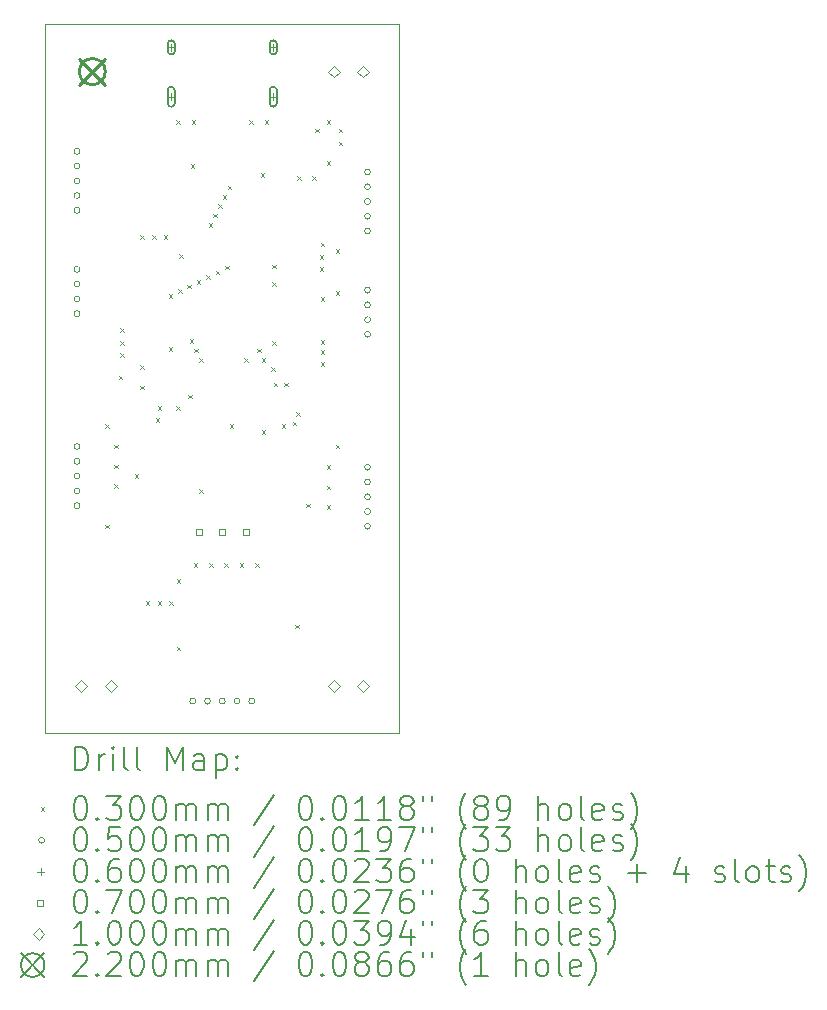
<source format=gbr>
%TF.GenerationSoftware,KiCad,Pcbnew,(6.0.9)*%
%TF.CreationDate,2022-12-02T14:17:12-08:00*%
%TF.ProjectId,controller,636f6e74-726f-46c6-9c65-722e6b696361,1*%
%TF.SameCoordinates,Original*%
%TF.FileFunction,Drillmap*%
%TF.FilePolarity,Positive*%
%FSLAX45Y45*%
G04 Gerber Fmt 4.5, Leading zero omitted, Abs format (unit mm)*
G04 Created by KiCad (PCBNEW (6.0.9)) date 2022-12-02 14:17:12*
%MOMM*%
%LPD*%
G01*
G04 APERTURE LIST*
%ADD10C,0.100000*%
%ADD11C,0.200000*%
%ADD12C,0.030000*%
%ADD13C,0.050000*%
%ADD14C,0.060000*%
%ADD15C,0.070000*%
%ADD16C,0.220000*%
G04 APERTURE END LIST*
D10*
X11000000Y-7000000D02*
X14000000Y-7000000D01*
X14000000Y-7000000D02*
X14000000Y-13000000D01*
X14000000Y-13000000D02*
X11000000Y-13000000D01*
X11000000Y-13000000D02*
X11000000Y-7000000D01*
D11*
D12*
X11510000Y-10385000D02*
X11540000Y-10415000D01*
X11540000Y-10385000D02*
X11510000Y-10415000D01*
X11510000Y-11235000D02*
X11540000Y-11265000D01*
X11540000Y-11235000D02*
X11510000Y-11265000D01*
X11585000Y-10560000D02*
X11615000Y-10590000D01*
X11615000Y-10560000D02*
X11585000Y-10590000D01*
X11585000Y-10730000D02*
X11615000Y-10760000D01*
X11615000Y-10730000D02*
X11585000Y-10760000D01*
X11585000Y-10895000D02*
X11615000Y-10925000D01*
X11615000Y-10895000D02*
X11585000Y-10925000D01*
X11625000Y-9975000D02*
X11655000Y-10005000D01*
X11655000Y-9975000D02*
X11625000Y-10005000D01*
X11635000Y-9575000D02*
X11665000Y-9605000D01*
X11665000Y-9575000D02*
X11635000Y-9605000D01*
X11635000Y-9685000D02*
X11665000Y-9715000D01*
X11665000Y-9685000D02*
X11635000Y-9715000D01*
X11635000Y-9785000D02*
X11665000Y-9815000D01*
X11665000Y-9785000D02*
X11635000Y-9815000D01*
X11760000Y-10810000D02*
X11790000Y-10840000D01*
X11790000Y-10810000D02*
X11760000Y-10840000D01*
X11805000Y-8785000D02*
X11835000Y-8815000D01*
X11835000Y-8785000D02*
X11805000Y-8815000D01*
X11805000Y-9885000D02*
X11835000Y-9915000D01*
X11835000Y-9885000D02*
X11805000Y-9915000D01*
X11805000Y-10060000D02*
X11835000Y-10090000D01*
X11835000Y-10060000D02*
X11805000Y-10090000D01*
X11852500Y-11885000D02*
X11882500Y-11915000D01*
X11882500Y-11885000D02*
X11852500Y-11915000D01*
X11905000Y-8785000D02*
X11935000Y-8815000D01*
X11935000Y-8785000D02*
X11905000Y-8815000D01*
X11935000Y-10335000D02*
X11965000Y-10365000D01*
X11965000Y-10335000D02*
X11935000Y-10365000D01*
X11952500Y-11885000D02*
X11982500Y-11915000D01*
X11982500Y-11885000D02*
X11952500Y-11915000D01*
X11955000Y-10235000D02*
X11985000Y-10265000D01*
X11985000Y-10235000D02*
X11955000Y-10265000D01*
X12005000Y-8785000D02*
X12035000Y-8815000D01*
X12035000Y-8785000D02*
X12005000Y-8815000D01*
X12045000Y-9285000D02*
X12075000Y-9315000D01*
X12075000Y-9285000D02*
X12045000Y-9315000D01*
X12045000Y-9735000D02*
X12075000Y-9765000D01*
X12075000Y-9735000D02*
X12045000Y-9765000D01*
X12052500Y-11885000D02*
X12082500Y-11915000D01*
X12082500Y-11885000D02*
X12052500Y-11915000D01*
X12110000Y-7810000D02*
X12140000Y-7840000D01*
X12140000Y-7810000D02*
X12110000Y-7840000D01*
X12112500Y-10235000D02*
X12142500Y-10265000D01*
X12142500Y-10235000D02*
X12112500Y-10265000D01*
X12115000Y-11698750D02*
X12145000Y-11728750D01*
X12145000Y-11698750D02*
X12115000Y-11728750D01*
X12115000Y-12271250D02*
X12145000Y-12301250D01*
X12145000Y-12271250D02*
X12115000Y-12301250D01*
X12125000Y-9245000D02*
X12155000Y-9275000D01*
X12155000Y-9245000D02*
X12125000Y-9275000D01*
X12136360Y-8946120D02*
X12166360Y-8976120D01*
X12166360Y-8946120D02*
X12136360Y-8976120D01*
X12205000Y-9205000D02*
X12235000Y-9235000D01*
X12235000Y-9205000D02*
X12205000Y-9235000D01*
X12210000Y-10135000D02*
X12240000Y-10165000D01*
X12240000Y-10135000D02*
X12210000Y-10165000D01*
X12225000Y-9665000D02*
X12255000Y-9695000D01*
X12255000Y-9665000D02*
X12225000Y-9695000D01*
X12235000Y-8185000D02*
X12265000Y-8215000D01*
X12265000Y-8185000D02*
X12235000Y-8215000D01*
X12240000Y-7810000D02*
X12270000Y-7840000D01*
X12270000Y-7810000D02*
X12240000Y-7840000D01*
X12257500Y-11565000D02*
X12287500Y-11595000D01*
X12287500Y-11565000D02*
X12257500Y-11595000D01*
X12265000Y-9745000D02*
X12295000Y-9775000D01*
X12295000Y-9745000D02*
X12265000Y-9775000D01*
X12285000Y-9165000D02*
X12315000Y-9195000D01*
X12315000Y-9165000D02*
X12285000Y-9195000D01*
X12305000Y-9825000D02*
X12335000Y-9855000D01*
X12335000Y-9825000D02*
X12305000Y-9855000D01*
X12305000Y-10935000D02*
X12335000Y-10965000D01*
X12335000Y-10935000D02*
X12305000Y-10965000D01*
X12365000Y-9125000D02*
X12395000Y-9155000D01*
X12395000Y-9125000D02*
X12365000Y-9155000D01*
X12385000Y-8685000D02*
X12415000Y-8715000D01*
X12415000Y-8685000D02*
X12385000Y-8715000D01*
X12387500Y-11565000D02*
X12417500Y-11595000D01*
X12417500Y-11565000D02*
X12387500Y-11595000D01*
X12425000Y-8605000D02*
X12455000Y-8635000D01*
X12455000Y-8605000D02*
X12425000Y-8635000D01*
X12445000Y-9085000D02*
X12475000Y-9115000D01*
X12475000Y-9085000D02*
X12445000Y-9115000D01*
X12465000Y-8525000D02*
X12495000Y-8555000D01*
X12495000Y-8525000D02*
X12465000Y-8555000D01*
X12505000Y-8445000D02*
X12535000Y-8475000D01*
X12535000Y-8445000D02*
X12505000Y-8475000D01*
X12517500Y-11565000D02*
X12547500Y-11595000D01*
X12547500Y-11565000D02*
X12517500Y-11595000D01*
X12525000Y-9045000D02*
X12555000Y-9075000D01*
X12555000Y-9045000D02*
X12525000Y-9075000D01*
X12545000Y-8365000D02*
X12575000Y-8395000D01*
X12575000Y-8365000D02*
X12545000Y-8395000D01*
X12565000Y-10385000D02*
X12595000Y-10415000D01*
X12595000Y-10385000D02*
X12565000Y-10415000D01*
X12647500Y-11565000D02*
X12677500Y-11595000D01*
X12677500Y-11565000D02*
X12647500Y-11595000D01*
X12685000Y-9825000D02*
X12715000Y-9855000D01*
X12715000Y-9825000D02*
X12685000Y-9855000D01*
X12730000Y-7810000D02*
X12760000Y-7840000D01*
X12760000Y-7810000D02*
X12730000Y-7840000D01*
X12777500Y-11565000D02*
X12807500Y-11595000D01*
X12807500Y-11565000D02*
X12777500Y-11595000D01*
X12795000Y-9745000D02*
X12825000Y-9775000D01*
X12825000Y-9745000D02*
X12795000Y-9775000D01*
X12825000Y-8260000D02*
X12855000Y-8290000D01*
X12855000Y-8260000D02*
X12825000Y-8290000D01*
X12835000Y-9825000D02*
X12865000Y-9855000D01*
X12865000Y-9825000D02*
X12835000Y-9855000D01*
X12835000Y-10437500D02*
X12865000Y-10467500D01*
X12865000Y-10437500D02*
X12835000Y-10467500D01*
X12860000Y-7810000D02*
X12890000Y-7840000D01*
X12890000Y-7810000D02*
X12860000Y-7840000D01*
X12915000Y-9905000D02*
X12945000Y-9935000D01*
X12945000Y-9905000D02*
X12915000Y-9935000D01*
X12925000Y-9035000D02*
X12955000Y-9065000D01*
X12955000Y-9035000D02*
X12925000Y-9065000D01*
X12925000Y-9185000D02*
X12955000Y-9215000D01*
X12955000Y-9185000D02*
X12925000Y-9215000D01*
X12925000Y-9685000D02*
X12955000Y-9715000D01*
X12955000Y-9685000D02*
X12925000Y-9715000D01*
X12935000Y-10035000D02*
X12965000Y-10065000D01*
X12965000Y-10035000D02*
X12935000Y-10065000D01*
X13005000Y-10385000D02*
X13035000Y-10415000D01*
X13035000Y-10385000D02*
X13005000Y-10415000D01*
X13025000Y-10035000D02*
X13055000Y-10065000D01*
X13055000Y-10035000D02*
X13025000Y-10065000D01*
X13095000Y-10365000D02*
X13125000Y-10395000D01*
X13125000Y-10365000D02*
X13095000Y-10395000D01*
X13117500Y-12085000D02*
X13147500Y-12115000D01*
X13147500Y-12085000D02*
X13117500Y-12115000D01*
X13125000Y-10285000D02*
X13155000Y-10315000D01*
X13155000Y-10285000D02*
X13125000Y-10315000D01*
X13135000Y-8285000D02*
X13165000Y-8315000D01*
X13165000Y-8285000D02*
X13135000Y-8315000D01*
X13210000Y-11060000D02*
X13240000Y-11090000D01*
X13240000Y-11060000D02*
X13210000Y-11090000D01*
X13260000Y-8285000D02*
X13290000Y-8315000D01*
X13290000Y-8285000D02*
X13260000Y-8315000D01*
X13285000Y-7885000D02*
X13315000Y-7915000D01*
X13315000Y-7885000D02*
X13285000Y-7915000D01*
X13325000Y-8955000D02*
X13355000Y-8985000D01*
X13355000Y-8955000D02*
X13325000Y-8985000D01*
X13325000Y-9055000D02*
X13355000Y-9085000D01*
X13355000Y-9055000D02*
X13325000Y-9085000D01*
X13335000Y-8847500D02*
X13365000Y-8877500D01*
X13365000Y-8847500D02*
X13335000Y-8877500D01*
X13335000Y-9312500D02*
X13365000Y-9342500D01*
X13365000Y-9312500D02*
X13335000Y-9342500D01*
X13335000Y-9675000D02*
X13365000Y-9705000D01*
X13365000Y-9675000D02*
X13335000Y-9705000D01*
X13335000Y-9760000D02*
X13365000Y-9790000D01*
X13365000Y-9760000D02*
X13335000Y-9790000D01*
X13335000Y-9862500D02*
X13365000Y-9892500D01*
X13365000Y-9862500D02*
X13335000Y-9892500D01*
X13385000Y-7810000D02*
X13415000Y-7840000D01*
X13415000Y-7810000D02*
X13385000Y-7840000D01*
X13385000Y-8160000D02*
X13415000Y-8190000D01*
X13415000Y-8160000D02*
X13385000Y-8190000D01*
X13385000Y-10735000D02*
X13415000Y-10765000D01*
X13415000Y-10735000D02*
X13385000Y-10765000D01*
X13385000Y-10905000D02*
X13415000Y-10935000D01*
X13415000Y-10905000D02*
X13385000Y-10935000D01*
X13385000Y-11070000D02*
X13415000Y-11100000D01*
X13415000Y-11070000D02*
X13385000Y-11100000D01*
X13460000Y-8905000D02*
X13490000Y-8935000D01*
X13490000Y-8905000D02*
X13460000Y-8935000D01*
X13460000Y-9260000D02*
X13490000Y-9290000D01*
X13490000Y-9260000D02*
X13460000Y-9290000D01*
X13460000Y-10560000D02*
X13490000Y-10590000D01*
X13490000Y-10560000D02*
X13460000Y-10590000D01*
X13485000Y-7885000D02*
X13515000Y-7915000D01*
X13515000Y-7885000D02*
X13485000Y-7915000D01*
X13485000Y-7995000D02*
X13515000Y-8025000D01*
X13515000Y-7995000D02*
X13485000Y-8025000D01*
D13*
X11295000Y-8075000D02*
G75*
G03*
X11295000Y-8075000I-25000J0D01*
G01*
X11295000Y-8200000D02*
G75*
G03*
X11295000Y-8200000I-25000J0D01*
G01*
X11295000Y-8325000D02*
G75*
G03*
X11295000Y-8325000I-25000J0D01*
G01*
X11295000Y-8450000D02*
G75*
G03*
X11295000Y-8450000I-25000J0D01*
G01*
X11295000Y-8575000D02*
G75*
G03*
X11295000Y-8575000I-25000J0D01*
G01*
X11295000Y-9075000D02*
G75*
G03*
X11295000Y-9075000I-25000J0D01*
G01*
X11295000Y-9200000D02*
G75*
G03*
X11295000Y-9200000I-25000J0D01*
G01*
X11295000Y-9325000D02*
G75*
G03*
X11295000Y-9325000I-25000J0D01*
G01*
X11295000Y-9450000D02*
G75*
G03*
X11295000Y-9450000I-25000J0D01*
G01*
X11295000Y-10575000D02*
G75*
G03*
X11295000Y-10575000I-25000J0D01*
G01*
X11295000Y-10700000D02*
G75*
G03*
X11295000Y-10700000I-25000J0D01*
G01*
X11295000Y-10825000D02*
G75*
G03*
X11295000Y-10825000I-25000J0D01*
G01*
X11295000Y-10950000D02*
G75*
G03*
X11295000Y-10950000I-25000J0D01*
G01*
X11295000Y-11075000D02*
G75*
G03*
X11295000Y-11075000I-25000J0D01*
G01*
X12275000Y-12730000D02*
G75*
G03*
X12275000Y-12730000I-25000J0D01*
G01*
X12400000Y-12730000D02*
G75*
G03*
X12400000Y-12730000I-25000J0D01*
G01*
X12525000Y-12730000D02*
G75*
G03*
X12525000Y-12730000I-25000J0D01*
G01*
X12650000Y-12730000D02*
G75*
G03*
X12650000Y-12730000I-25000J0D01*
G01*
X12775000Y-12730000D02*
G75*
G03*
X12775000Y-12730000I-25000J0D01*
G01*
X13755000Y-8250000D02*
G75*
G03*
X13755000Y-8250000I-25000J0D01*
G01*
X13755000Y-8375000D02*
G75*
G03*
X13755000Y-8375000I-25000J0D01*
G01*
X13755000Y-8500000D02*
G75*
G03*
X13755000Y-8500000I-25000J0D01*
G01*
X13755000Y-8625000D02*
G75*
G03*
X13755000Y-8625000I-25000J0D01*
G01*
X13755000Y-8750000D02*
G75*
G03*
X13755000Y-8750000I-25000J0D01*
G01*
X13755000Y-9250000D02*
G75*
G03*
X13755000Y-9250000I-25000J0D01*
G01*
X13755000Y-9375000D02*
G75*
G03*
X13755000Y-9375000I-25000J0D01*
G01*
X13755000Y-9500000D02*
G75*
G03*
X13755000Y-9500000I-25000J0D01*
G01*
X13755000Y-9625000D02*
G75*
G03*
X13755000Y-9625000I-25000J0D01*
G01*
X13755000Y-10750000D02*
G75*
G03*
X13755000Y-10750000I-25000J0D01*
G01*
X13755000Y-10875000D02*
G75*
G03*
X13755000Y-10875000I-25000J0D01*
G01*
X13755000Y-11000000D02*
G75*
G03*
X13755000Y-11000000I-25000J0D01*
G01*
X13755000Y-11125000D02*
G75*
G03*
X13755000Y-11125000I-25000J0D01*
G01*
X13755000Y-11250000D02*
G75*
G03*
X13755000Y-11250000I-25000J0D01*
G01*
D14*
X12068000Y-7165000D02*
X12068000Y-7225000D01*
X12038000Y-7195000D02*
X12098000Y-7195000D01*
D11*
X12098000Y-7225000D02*
X12098000Y-7165000D01*
X12038000Y-7225000D02*
X12038000Y-7165000D01*
X12098000Y-7165000D02*
G75*
G03*
X12038000Y-7165000I-30000J0D01*
G01*
X12038000Y-7225000D02*
G75*
G03*
X12098000Y-7225000I30000J0D01*
G01*
D14*
X12068000Y-7583000D02*
X12068000Y-7643000D01*
X12038000Y-7613000D02*
X12098000Y-7613000D01*
D11*
X12098000Y-7668000D02*
X12098000Y-7558000D01*
X12038000Y-7668000D02*
X12038000Y-7558000D01*
X12098000Y-7558000D02*
G75*
G03*
X12038000Y-7558000I-30000J0D01*
G01*
X12038000Y-7668000D02*
G75*
G03*
X12098000Y-7668000I30000J0D01*
G01*
D14*
X12932000Y-7165000D02*
X12932000Y-7225000D01*
X12902000Y-7195000D02*
X12962000Y-7195000D01*
D11*
X12962000Y-7225000D02*
X12962000Y-7165000D01*
X12902000Y-7225000D02*
X12902000Y-7165000D01*
X12962000Y-7165000D02*
G75*
G03*
X12902000Y-7165000I-30000J0D01*
G01*
X12902000Y-7225000D02*
G75*
G03*
X12962000Y-7225000I30000J0D01*
G01*
D14*
X12932000Y-7583000D02*
X12932000Y-7643000D01*
X12902000Y-7613000D02*
X12962000Y-7613000D01*
D11*
X12962000Y-7668000D02*
X12962000Y-7558000D01*
X12902000Y-7668000D02*
X12902000Y-7558000D01*
X12962000Y-7558000D02*
G75*
G03*
X12902000Y-7558000I-30000J0D01*
G01*
X12902000Y-7668000D02*
G75*
G03*
X12962000Y-7668000I30000J0D01*
G01*
D15*
X12324749Y-11324749D02*
X12324749Y-11275251D01*
X12275251Y-11275251D01*
X12275251Y-11324749D01*
X12324749Y-11324749D01*
X12524749Y-11324749D02*
X12524749Y-11275251D01*
X12475251Y-11275251D01*
X12475251Y-11324749D01*
X12524749Y-11324749D01*
X12724749Y-11324749D02*
X12724749Y-11275251D01*
X12675251Y-11275251D01*
X12675251Y-11324749D01*
X12724749Y-11324749D01*
D10*
X11305000Y-12650000D02*
X11355000Y-12600000D01*
X11305000Y-12550000D01*
X11255000Y-12600000D01*
X11305000Y-12650000D01*
X11555000Y-12650000D02*
X11605000Y-12600000D01*
X11555000Y-12550000D01*
X11505000Y-12600000D01*
X11555000Y-12650000D01*
X13445000Y-7450000D02*
X13495000Y-7400000D01*
X13445000Y-7350000D01*
X13395000Y-7400000D01*
X13445000Y-7450000D01*
X13445000Y-12650000D02*
X13495000Y-12600000D01*
X13445000Y-12550000D01*
X13395000Y-12600000D01*
X13445000Y-12650000D01*
X13695000Y-7450000D02*
X13745000Y-7400000D01*
X13695000Y-7350000D01*
X13645000Y-7400000D01*
X13695000Y-7450000D01*
X13695000Y-12650000D02*
X13745000Y-12600000D01*
X13695000Y-12550000D01*
X13645000Y-12600000D01*
X13695000Y-12650000D01*
D16*
X11290000Y-7290000D02*
X11510000Y-7510000D01*
X11510000Y-7290000D02*
X11290000Y-7510000D01*
X11510000Y-7400000D02*
G75*
G03*
X11510000Y-7400000I-110000J0D01*
G01*
D11*
X11252619Y-13315476D02*
X11252619Y-13115476D01*
X11300238Y-13115476D01*
X11328809Y-13125000D01*
X11347857Y-13144048D01*
X11357381Y-13163095D01*
X11366905Y-13201190D01*
X11366905Y-13229762D01*
X11357381Y-13267857D01*
X11347857Y-13286905D01*
X11328809Y-13305952D01*
X11300238Y-13315476D01*
X11252619Y-13315476D01*
X11452619Y-13315476D02*
X11452619Y-13182143D01*
X11452619Y-13220238D02*
X11462143Y-13201190D01*
X11471667Y-13191667D01*
X11490714Y-13182143D01*
X11509762Y-13182143D01*
X11576428Y-13315476D02*
X11576428Y-13182143D01*
X11576428Y-13115476D02*
X11566905Y-13125000D01*
X11576428Y-13134524D01*
X11585952Y-13125000D01*
X11576428Y-13115476D01*
X11576428Y-13134524D01*
X11700238Y-13315476D02*
X11681190Y-13305952D01*
X11671667Y-13286905D01*
X11671667Y-13115476D01*
X11805000Y-13315476D02*
X11785952Y-13305952D01*
X11776428Y-13286905D01*
X11776428Y-13115476D01*
X12033571Y-13315476D02*
X12033571Y-13115476D01*
X12100238Y-13258333D01*
X12166905Y-13115476D01*
X12166905Y-13315476D01*
X12347857Y-13315476D02*
X12347857Y-13210714D01*
X12338333Y-13191667D01*
X12319286Y-13182143D01*
X12281190Y-13182143D01*
X12262143Y-13191667D01*
X12347857Y-13305952D02*
X12328809Y-13315476D01*
X12281190Y-13315476D01*
X12262143Y-13305952D01*
X12252619Y-13286905D01*
X12252619Y-13267857D01*
X12262143Y-13248809D01*
X12281190Y-13239286D01*
X12328809Y-13239286D01*
X12347857Y-13229762D01*
X12443095Y-13182143D02*
X12443095Y-13382143D01*
X12443095Y-13191667D02*
X12462143Y-13182143D01*
X12500238Y-13182143D01*
X12519286Y-13191667D01*
X12528809Y-13201190D01*
X12538333Y-13220238D01*
X12538333Y-13277381D01*
X12528809Y-13296428D01*
X12519286Y-13305952D01*
X12500238Y-13315476D01*
X12462143Y-13315476D01*
X12443095Y-13305952D01*
X12624048Y-13296428D02*
X12633571Y-13305952D01*
X12624048Y-13315476D01*
X12614524Y-13305952D01*
X12624048Y-13296428D01*
X12624048Y-13315476D01*
X12624048Y-13191667D02*
X12633571Y-13201190D01*
X12624048Y-13210714D01*
X12614524Y-13201190D01*
X12624048Y-13191667D01*
X12624048Y-13210714D01*
D12*
X10965000Y-13630000D02*
X10995000Y-13660000D01*
X10995000Y-13630000D02*
X10965000Y-13660000D01*
D11*
X11290714Y-13535476D02*
X11309762Y-13535476D01*
X11328809Y-13545000D01*
X11338333Y-13554524D01*
X11347857Y-13573571D01*
X11357381Y-13611667D01*
X11357381Y-13659286D01*
X11347857Y-13697381D01*
X11338333Y-13716428D01*
X11328809Y-13725952D01*
X11309762Y-13735476D01*
X11290714Y-13735476D01*
X11271667Y-13725952D01*
X11262143Y-13716428D01*
X11252619Y-13697381D01*
X11243095Y-13659286D01*
X11243095Y-13611667D01*
X11252619Y-13573571D01*
X11262143Y-13554524D01*
X11271667Y-13545000D01*
X11290714Y-13535476D01*
X11443095Y-13716428D02*
X11452619Y-13725952D01*
X11443095Y-13735476D01*
X11433571Y-13725952D01*
X11443095Y-13716428D01*
X11443095Y-13735476D01*
X11519286Y-13535476D02*
X11643095Y-13535476D01*
X11576428Y-13611667D01*
X11605000Y-13611667D01*
X11624048Y-13621190D01*
X11633571Y-13630714D01*
X11643095Y-13649762D01*
X11643095Y-13697381D01*
X11633571Y-13716428D01*
X11624048Y-13725952D01*
X11605000Y-13735476D01*
X11547857Y-13735476D01*
X11528809Y-13725952D01*
X11519286Y-13716428D01*
X11766905Y-13535476D02*
X11785952Y-13535476D01*
X11805000Y-13545000D01*
X11814524Y-13554524D01*
X11824048Y-13573571D01*
X11833571Y-13611667D01*
X11833571Y-13659286D01*
X11824048Y-13697381D01*
X11814524Y-13716428D01*
X11805000Y-13725952D01*
X11785952Y-13735476D01*
X11766905Y-13735476D01*
X11747857Y-13725952D01*
X11738333Y-13716428D01*
X11728809Y-13697381D01*
X11719286Y-13659286D01*
X11719286Y-13611667D01*
X11728809Y-13573571D01*
X11738333Y-13554524D01*
X11747857Y-13545000D01*
X11766905Y-13535476D01*
X11957381Y-13535476D02*
X11976428Y-13535476D01*
X11995476Y-13545000D01*
X12005000Y-13554524D01*
X12014524Y-13573571D01*
X12024048Y-13611667D01*
X12024048Y-13659286D01*
X12014524Y-13697381D01*
X12005000Y-13716428D01*
X11995476Y-13725952D01*
X11976428Y-13735476D01*
X11957381Y-13735476D01*
X11938333Y-13725952D01*
X11928809Y-13716428D01*
X11919286Y-13697381D01*
X11909762Y-13659286D01*
X11909762Y-13611667D01*
X11919286Y-13573571D01*
X11928809Y-13554524D01*
X11938333Y-13545000D01*
X11957381Y-13535476D01*
X12109762Y-13735476D02*
X12109762Y-13602143D01*
X12109762Y-13621190D02*
X12119286Y-13611667D01*
X12138333Y-13602143D01*
X12166905Y-13602143D01*
X12185952Y-13611667D01*
X12195476Y-13630714D01*
X12195476Y-13735476D01*
X12195476Y-13630714D02*
X12205000Y-13611667D01*
X12224048Y-13602143D01*
X12252619Y-13602143D01*
X12271667Y-13611667D01*
X12281190Y-13630714D01*
X12281190Y-13735476D01*
X12376428Y-13735476D02*
X12376428Y-13602143D01*
X12376428Y-13621190D02*
X12385952Y-13611667D01*
X12405000Y-13602143D01*
X12433571Y-13602143D01*
X12452619Y-13611667D01*
X12462143Y-13630714D01*
X12462143Y-13735476D01*
X12462143Y-13630714D02*
X12471667Y-13611667D01*
X12490714Y-13602143D01*
X12519286Y-13602143D01*
X12538333Y-13611667D01*
X12547857Y-13630714D01*
X12547857Y-13735476D01*
X12938333Y-13525952D02*
X12766905Y-13783095D01*
X13195476Y-13535476D02*
X13214524Y-13535476D01*
X13233571Y-13545000D01*
X13243095Y-13554524D01*
X13252619Y-13573571D01*
X13262143Y-13611667D01*
X13262143Y-13659286D01*
X13252619Y-13697381D01*
X13243095Y-13716428D01*
X13233571Y-13725952D01*
X13214524Y-13735476D01*
X13195476Y-13735476D01*
X13176428Y-13725952D01*
X13166905Y-13716428D01*
X13157381Y-13697381D01*
X13147857Y-13659286D01*
X13147857Y-13611667D01*
X13157381Y-13573571D01*
X13166905Y-13554524D01*
X13176428Y-13545000D01*
X13195476Y-13535476D01*
X13347857Y-13716428D02*
X13357381Y-13725952D01*
X13347857Y-13735476D01*
X13338333Y-13725952D01*
X13347857Y-13716428D01*
X13347857Y-13735476D01*
X13481190Y-13535476D02*
X13500238Y-13535476D01*
X13519286Y-13545000D01*
X13528809Y-13554524D01*
X13538333Y-13573571D01*
X13547857Y-13611667D01*
X13547857Y-13659286D01*
X13538333Y-13697381D01*
X13528809Y-13716428D01*
X13519286Y-13725952D01*
X13500238Y-13735476D01*
X13481190Y-13735476D01*
X13462143Y-13725952D01*
X13452619Y-13716428D01*
X13443095Y-13697381D01*
X13433571Y-13659286D01*
X13433571Y-13611667D01*
X13443095Y-13573571D01*
X13452619Y-13554524D01*
X13462143Y-13545000D01*
X13481190Y-13535476D01*
X13738333Y-13735476D02*
X13624048Y-13735476D01*
X13681190Y-13735476D02*
X13681190Y-13535476D01*
X13662143Y-13564048D01*
X13643095Y-13583095D01*
X13624048Y-13592619D01*
X13928809Y-13735476D02*
X13814524Y-13735476D01*
X13871667Y-13735476D02*
X13871667Y-13535476D01*
X13852619Y-13564048D01*
X13833571Y-13583095D01*
X13814524Y-13592619D01*
X14043095Y-13621190D02*
X14024048Y-13611667D01*
X14014524Y-13602143D01*
X14005000Y-13583095D01*
X14005000Y-13573571D01*
X14014524Y-13554524D01*
X14024048Y-13545000D01*
X14043095Y-13535476D01*
X14081190Y-13535476D01*
X14100238Y-13545000D01*
X14109762Y-13554524D01*
X14119286Y-13573571D01*
X14119286Y-13583095D01*
X14109762Y-13602143D01*
X14100238Y-13611667D01*
X14081190Y-13621190D01*
X14043095Y-13621190D01*
X14024048Y-13630714D01*
X14014524Y-13640238D01*
X14005000Y-13659286D01*
X14005000Y-13697381D01*
X14014524Y-13716428D01*
X14024048Y-13725952D01*
X14043095Y-13735476D01*
X14081190Y-13735476D01*
X14100238Y-13725952D01*
X14109762Y-13716428D01*
X14119286Y-13697381D01*
X14119286Y-13659286D01*
X14109762Y-13640238D01*
X14100238Y-13630714D01*
X14081190Y-13621190D01*
X14195476Y-13535476D02*
X14195476Y-13573571D01*
X14271667Y-13535476D02*
X14271667Y-13573571D01*
X14566905Y-13811667D02*
X14557381Y-13802143D01*
X14538333Y-13773571D01*
X14528809Y-13754524D01*
X14519286Y-13725952D01*
X14509762Y-13678333D01*
X14509762Y-13640238D01*
X14519286Y-13592619D01*
X14528809Y-13564048D01*
X14538333Y-13545000D01*
X14557381Y-13516428D01*
X14566905Y-13506905D01*
X14671667Y-13621190D02*
X14652619Y-13611667D01*
X14643095Y-13602143D01*
X14633571Y-13583095D01*
X14633571Y-13573571D01*
X14643095Y-13554524D01*
X14652619Y-13545000D01*
X14671667Y-13535476D01*
X14709762Y-13535476D01*
X14728809Y-13545000D01*
X14738333Y-13554524D01*
X14747857Y-13573571D01*
X14747857Y-13583095D01*
X14738333Y-13602143D01*
X14728809Y-13611667D01*
X14709762Y-13621190D01*
X14671667Y-13621190D01*
X14652619Y-13630714D01*
X14643095Y-13640238D01*
X14633571Y-13659286D01*
X14633571Y-13697381D01*
X14643095Y-13716428D01*
X14652619Y-13725952D01*
X14671667Y-13735476D01*
X14709762Y-13735476D01*
X14728809Y-13725952D01*
X14738333Y-13716428D01*
X14747857Y-13697381D01*
X14747857Y-13659286D01*
X14738333Y-13640238D01*
X14728809Y-13630714D01*
X14709762Y-13621190D01*
X14843095Y-13735476D02*
X14881190Y-13735476D01*
X14900238Y-13725952D01*
X14909762Y-13716428D01*
X14928809Y-13687857D01*
X14938333Y-13649762D01*
X14938333Y-13573571D01*
X14928809Y-13554524D01*
X14919286Y-13545000D01*
X14900238Y-13535476D01*
X14862143Y-13535476D01*
X14843095Y-13545000D01*
X14833571Y-13554524D01*
X14824048Y-13573571D01*
X14824048Y-13621190D01*
X14833571Y-13640238D01*
X14843095Y-13649762D01*
X14862143Y-13659286D01*
X14900238Y-13659286D01*
X14919286Y-13649762D01*
X14928809Y-13640238D01*
X14938333Y-13621190D01*
X15176428Y-13735476D02*
X15176428Y-13535476D01*
X15262143Y-13735476D02*
X15262143Y-13630714D01*
X15252619Y-13611667D01*
X15233571Y-13602143D01*
X15205000Y-13602143D01*
X15185952Y-13611667D01*
X15176428Y-13621190D01*
X15385952Y-13735476D02*
X15366905Y-13725952D01*
X15357381Y-13716428D01*
X15347857Y-13697381D01*
X15347857Y-13640238D01*
X15357381Y-13621190D01*
X15366905Y-13611667D01*
X15385952Y-13602143D01*
X15414524Y-13602143D01*
X15433571Y-13611667D01*
X15443095Y-13621190D01*
X15452619Y-13640238D01*
X15452619Y-13697381D01*
X15443095Y-13716428D01*
X15433571Y-13725952D01*
X15414524Y-13735476D01*
X15385952Y-13735476D01*
X15566905Y-13735476D02*
X15547857Y-13725952D01*
X15538333Y-13706905D01*
X15538333Y-13535476D01*
X15719286Y-13725952D02*
X15700238Y-13735476D01*
X15662143Y-13735476D01*
X15643095Y-13725952D01*
X15633571Y-13706905D01*
X15633571Y-13630714D01*
X15643095Y-13611667D01*
X15662143Y-13602143D01*
X15700238Y-13602143D01*
X15719286Y-13611667D01*
X15728809Y-13630714D01*
X15728809Y-13649762D01*
X15633571Y-13668809D01*
X15805000Y-13725952D02*
X15824048Y-13735476D01*
X15862143Y-13735476D01*
X15881190Y-13725952D01*
X15890714Y-13706905D01*
X15890714Y-13697381D01*
X15881190Y-13678333D01*
X15862143Y-13668809D01*
X15833571Y-13668809D01*
X15814524Y-13659286D01*
X15805000Y-13640238D01*
X15805000Y-13630714D01*
X15814524Y-13611667D01*
X15833571Y-13602143D01*
X15862143Y-13602143D01*
X15881190Y-13611667D01*
X15957381Y-13811667D02*
X15966905Y-13802143D01*
X15985952Y-13773571D01*
X15995476Y-13754524D01*
X16005000Y-13725952D01*
X16014524Y-13678333D01*
X16014524Y-13640238D01*
X16005000Y-13592619D01*
X15995476Y-13564048D01*
X15985952Y-13545000D01*
X15966905Y-13516428D01*
X15957381Y-13506905D01*
D13*
X10995000Y-13909000D02*
G75*
G03*
X10995000Y-13909000I-25000J0D01*
G01*
D11*
X11290714Y-13799476D02*
X11309762Y-13799476D01*
X11328809Y-13809000D01*
X11338333Y-13818524D01*
X11347857Y-13837571D01*
X11357381Y-13875667D01*
X11357381Y-13923286D01*
X11347857Y-13961381D01*
X11338333Y-13980428D01*
X11328809Y-13989952D01*
X11309762Y-13999476D01*
X11290714Y-13999476D01*
X11271667Y-13989952D01*
X11262143Y-13980428D01*
X11252619Y-13961381D01*
X11243095Y-13923286D01*
X11243095Y-13875667D01*
X11252619Y-13837571D01*
X11262143Y-13818524D01*
X11271667Y-13809000D01*
X11290714Y-13799476D01*
X11443095Y-13980428D02*
X11452619Y-13989952D01*
X11443095Y-13999476D01*
X11433571Y-13989952D01*
X11443095Y-13980428D01*
X11443095Y-13999476D01*
X11633571Y-13799476D02*
X11538333Y-13799476D01*
X11528809Y-13894714D01*
X11538333Y-13885190D01*
X11557381Y-13875667D01*
X11605000Y-13875667D01*
X11624048Y-13885190D01*
X11633571Y-13894714D01*
X11643095Y-13913762D01*
X11643095Y-13961381D01*
X11633571Y-13980428D01*
X11624048Y-13989952D01*
X11605000Y-13999476D01*
X11557381Y-13999476D01*
X11538333Y-13989952D01*
X11528809Y-13980428D01*
X11766905Y-13799476D02*
X11785952Y-13799476D01*
X11805000Y-13809000D01*
X11814524Y-13818524D01*
X11824048Y-13837571D01*
X11833571Y-13875667D01*
X11833571Y-13923286D01*
X11824048Y-13961381D01*
X11814524Y-13980428D01*
X11805000Y-13989952D01*
X11785952Y-13999476D01*
X11766905Y-13999476D01*
X11747857Y-13989952D01*
X11738333Y-13980428D01*
X11728809Y-13961381D01*
X11719286Y-13923286D01*
X11719286Y-13875667D01*
X11728809Y-13837571D01*
X11738333Y-13818524D01*
X11747857Y-13809000D01*
X11766905Y-13799476D01*
X11957381Y-13799476D02*
X11976428Y-13799476D01*
X11995476Y-13809000D01*
X12005000Y-13818524D01*
X12014524Y-13837571D01*
X12024048Y-13875667D01*
X12024048Y-13923286D01*
X12014524Y-13961381D01*
X12005000Y-13980428D01*
X11995476Y-13989952D01*
X11976428Y-13999476D01*
X11957381Y-13999476D01*
X11938333Y-13989952D01*
X11928809Y-13980428D01*
X11919286Y-13961381D01*
X11909762Y-13923286D01*
X11909762Y-13875667D01*
X11919286Y-13837571D01*
X11928809Y-13818524D01*
X11938333Y-13809000D01*
X11957381Y-13799476D01*
X12109762Y-13999476D02*
X12109762Y-13866143D01*
X12109762Y-13885190D02*
X12119286Y-13875667D01*
X12138333Y-13866143D01*
X12166905Y-13866143D01*
X12185952Y-13875667D01*
X12195476Y-13894714D01*
X12195476Y-13999476D01*
X12195476Y-13894714D02*
X12205000Y-13875667D01*
X12224048Y-13866143D01*
X12252619Y-13866143D01*
X12271667Y-13875667D01*
X12281190Y-13894714D01*
X12281190Y-13999476D01*
X12376428Y-13999476D02*
X12376428Y-13866143D01*
X12376428Y-13885190D02*
X12385952Y-13875667D01*
X12405000Y-13866143D01*
X12433571Y-13866143D01*
X12452619Y-13875667D01*
X12462143Y-13894714D01*
X12462143Y-13999476D01*
X12462143Y-13894714D02*
X12471667Y-13875667D01*
X12490714Y-13866143D01*
X12519286Y-13866143D01*
X12538333Y-13875667D01*
X12547857Y-13894714D01*
X12547857Y-13999476D01*
X12938333Y-13789952D02*
X12766905Y-14047095D01*
X13195476Y-13799476D02*
X13214524Y-13799476D01*
X13233571Y-13809000D01*
X13243095Y-13818524D01*
X13252619Y-13837571D01*
X13262143Y-13875667D01*
X13262143Y-13923286D01*
X13252619Y-13961381D01*
X13243095Y-13980428D01*
X13233571Y-13989952D01*
X13214524Y-13999476D01*
X13195476Y-13999476D01*
X13176428Y-13989952D01*
X13166905Y-13980428D01*
X13157381Y-13961381D01*
X13147857Y-13923286D01*
X13147857Y-13875667D01*
X13157381Y-13837571D01*
X13166905Y-13818524D01*
X13176428Y-13809000D01*
X13195476Y-13799476D01*
X13347857Y-13980428D02*
X13357381Y-13989952D01*
X13347857Y-13999476D01*
X13338333Y-13989952D01*
X13347857Y-13980428D01*
X13347857Y-13999476D01*
X13481190Y-13799476D02*
X13500238Y-13799476D01*
X13519286Y-13809000D01*
X13528809Y-13818524D01*
X13538333Y-13837571D01*
X13547857Y-13875667D01*
X13547857Y-13923286D01*
X13538333Y-13961381D01*
X13528809Y-13980428D01*
X13519286Y-13989952D01*
X13500238Y-13999476D01*
X13481190Y-13999476D01*
X13462143Y-13989952D01*
X13452619Y-13980428D01*
X13443095Y-13961381D01*
X13433571Y-13923286D01*
X13433571Y-13875667D01*
X13443095Y-13837571D01*
X13452619Y-13818524D01*
X13462143Y-13809000D01*
X13481190Y-13799476D01*
X13738333Y-13999476D02*
X13624048Y-13999476D01*
X13681190Y-13999476D02*
X13681190Y-13799476D01*
X13662143Y-13828048D01*
X13643095Y-13847095D01*
X13624048Y-13856619D01*
X13833571Y-13999476D02*
X13871667Y-13999476D01*
X13890714Y-13989952D01*
X13900238Y-13980428D01*
X13919286Y-13951857D01*
X13928809Y-13913762D01*
X13928809Y-13837571D01*
X13919286Y-13818524D01*
X13909762Y-13809000D01*
X13890714Y-13799476D01*
X13852619Y-13799476D01*
X13833571Y-13809000D01*
X13824048Y-13818524D01*
X13814524Y-13837571D01*
X13814524Y-13885190D01*
X13824048Y-13904238D01*
X13833571Y-13913762D01*
X13852619Y-13923286D01*
X13890714Y-13923286D01*
X13909762Y-13913762D01*
X13919286Y-13904238D01*
X13928809Y-13885190D01*
X13995476Y-13799476D02*
X14128809Y-13799476D01*
X14043095Y-13999476D01*
X14195476Y-13799476D02*
X14195476Y-13837571D01*
X14271667Y-13799476D02*
X14271667Y-13837571D01*
X14566905Y-14075667D02*
X14557381Y-14066143D01*
X14538333Y-14037571D01*
X14528809Y-14018524D01*
X14519286Y-13989952D01*
X14509762Y-13942333D01*
X14509762Y-13904238D01*
X14519286Y-13856619D01*
X14528809Y-13828048D01*
X14538333Y-13809000D01*
X14557381Y-13780428D01*
X14566905Y-13770905D01*
X14624048Y-13799476D02*
X14747857Y-13799476D01*
X14681190Y-13875667D01*
X14709762Y-13875667D01*
X14728809Y-13885190D01*
X14738333Y-13894714D01*
X14747857Y-13913762D01*
X14747857Y-13961381D01*
X14738333Y-13980428D01*
X14728809Y-13989952D01*
X14709762Y-13999476D01*
X14652619Y-13999476D01*
X14633571Y-13989952D01*
X14624048Y-13980428D01*
X14814524Y-13799476D02*
X14938333Y-13799476D01*
X14871667Y-13875667D01*
X14900238Y-13875667D01*
X14919286Y-13885190D01*
X14928809Y-13894714D01*
X14938333Y-13913762D01*
X14938333Y-13961381D01*
X14928809Y-13980428D01*
X14919286Y-13989952D01*
X14900238Y-13999476D01*
X14843095Y-13999476D01*
X14824048Y-13989952D01*
X14814524Y-13980428D01*
X15176428Y-13999476D02*
X15176428Y-13799476D01*
X15262143Y-13999476D02*
X15262143Y-13894714D01*
X15252619Y-13875667D01*
X15233571Y-13866143D01*
X15205000Y-13866143D01*
X15185952Y-13875667D01*
X15176428Y-13885190D01*
X15385952Y-13999476D02*
X15366905Y-13989952D01*
X15357381Y-13980428D01*
X15347857Y-13961381D01*
X15347857Y-13904238D01*
X15357381Y-13885190D01*
X15366905Y-13875667D01*
X15385952Y-13866143D01*
X15414524Y-13866143D01*
X15433571Y-13875667D01*
X15443095Y-13885190D01*
X15452619Y-13904238D01*
X15452619Y-13961381D01*
X15443095Y-13980428D01*
X15433571Y-13989952D01*
X15414524Y-13999476D01*
X15385952Y-13999476D01*
X15566905Y-13999476D02*
X15547857Y-13989952D01*
X15538333Y-13970905D01*
X15538333Y-13799476D01*
X15719286Y-13989952D02*
X15700238Y-13999476D01*
X15662143Y-13999476D01*
X15643095Y-13989952D01*
X15633571Y-13970905D01*
X15633571Y-13894714D01*
X15643095Y-13875667D01*
X15662143Y-13866143D01*
X15700238Y-13866143D01*
X15719286Y-13875667D01*
X15728809Y-13894714D01*
X15728809Y-13913762D01*
X15633571Y-13932809D01*
X15805000Y-13989952D02*
X15824048Y-13999476D01*
X15862143Y-13999476D01*
X15881190Y-13989952D01*
X15890714Y-13970905D01*
X15890714Y-13961381D01*
X15881190Y-13942333D01*
X15862143Y-13932809D01*
X15833571Y-13932809D01*
X15814524Y-13923286D01*
X15805000Y-13904238D01*
X15805000Y-13894714D01*
X15814524Y-13875667D01*
X15833571Y-13866143D01*
X15862143Y-13866143D01*
X15881190Y-13875667D01*
X15957381Y-14075667D02*
X15966905Y-14066143D01*
X15985952Y-14037571D01*
X15995476Y-14018524D01*
X16005000Y-13989952D01*
X16014524Y-13942333D01*
X16014524Y-13904238D01*
X16005000Y-13856619D01*
X15995476Y-13828048D01*
X15985952Y-13809000D01*
X15966905Y-13780428D01*
X15957381Y-13770905D01*
D14*
X10965000Y-14143000D02*
X10965000Y-14203000D01*
X10935000Y-14173000D02*
X10995000Y-14173000D01*
D11*
X11290714Y-14063476D02*
X11309762Y-14063476D01*
X11328809Y-14073000D01*
X11338333Y-14082524D01*
X11347857Y-14101571D01*
X11357381Y-14139667D01*
X11357381Y-14187286D01*
X11347857Y-14225381D01*
X11338333Y-14244428D01*
X11328809Y-14253952D01*
X11309762Y-14263476D01*
X11290714Y-14263476D01*
X11271667Y-14253952D01*
X11262143Y-14244428D01*
X11252619Y-14225381D01*
X11243095Y-14187286D01*
X11243095Y-14139667D01*
X11252619Y-14101571D01*
X11262143Y-14082524D01*
X11271667Y-14073000D01*
X11290714Y-14063476D01*
X11443095Y-14244428D02*
X11452619Y-14253952D01*
X11443095Y-14263476D01*
X11433571Y-14253952D01*
X11443095Y-14244428D01*
X11443095Y-14263476D01*
X11624048Y-14063476D02*
X11585952Y-14063476D01*
X11566905Y-14073000D01*
X11557381Y-14082524D01*
X11538333Y-14111095D01*
X11528809Y-14149190D01*
X11528809Y-14225381D01*
X11538333Y-14244428D01*
X11547857Y-14253952D01*
X11566905Y-14263476D01*
X11605000Y-14263476D01*
X11624048Y-14253952D01*
X11633571Y-14244428D01*
X11643095Y-14225381D01*
X11643095Y-14177762D01*
X11633571Y-14158714D01*
X11624048Y-14149190D01*
X11605000Y-14139667D01*
X11566905Y-14139667D01*
X11547857Y-14149190D01*
X11538333Y-14158714D01*
X11528809Y-14177762D01*
X11766905Y-14063476D02*
X11785952Y-14063476D01*
X11805000Y-14073000D01*
X11814524Y-14082524D01*
X11824048Y-14101571D01*
X11833571Y-14139667D01*
X11833571Y-14187286D01*
X11824048Y-14225381D01*
X11814524Y-14244428D01*
X11805000Y-14253952D01*
X11785952Y-14263476D01*
X11766905Y-14263476D01*
X11747857Y-14253952D01*
X11738333Y-14244428D01*
X11728809Y-14225381D01*
X11719286Y-14187286D01*
X11719286Y-14139667D01*
X11728809Y-14101571D01*
X11738333Y-14082524D01*
X11747857Y-14073000D01*
X11766905Y-14063476D01*
X11957381Y-14063476D02*
X11976428Y-14063476D01*
X11995476Y-14073000D01*
X12005000Y-14082524D01*
X12014524Y-14101571D01*
X12024048Y-14139667D01*
X12024048Y-14187286D01*
X12014524Y-14225381D01*
X12005000Y-14244428D01*
X11995476Y-14253952D01*
X11976428Y-14263476D01*
X11957381Y-14263476D01*
X11938333Y-14253952D01*
X11928809Y-14244428D01*
X11919286Y-14225381D01*
X11909762Y-14187286D01*
X11909762Y-14139667D01*
X11919286Y-14101571D01*
X11928809Y-14082524D01*
X11938333Y-14073000D01*
X11957381Y-14063476D01*
X12109762Y-14263476D02*
X12109762Y-14130143D01*
X12109762Y-14149190D02*
X12119286Y-14139667D01*
X12138333Y-14130143D01*
X12166905Y-14130143D01*
X12185952Y-14139667D01*
X12195476Y-14158714D01*
X12195476Y-14263476D01*
X12195476Y-14158714D02*
X12205000Y-14139667D01*
X12224048Y-14130143D01*
X12252619Y-14130143D01*
X12271667Y-14139667D01*
X12281190Y-14158714D01*
X12281190Y-14263476D01*
X12376428Y-14263476D02*
X12376428Y-14130143D01*
X12376428Y-14149190D02*
X12385952Y-14139667D01*
X12405000Y-14130143D01*
X12433571Y-14130143D01*
X12452619Y-14139667D01*
X12462143Y-14158714D01*
X12462143Y-14263476D01*
X12462143Y-14158714D02*
X12471667Y-14139667D01*
X12490714Y-14130143D01*
X12519286Y-14130143D01*
X12538333Y-14139667D01*
X12547857Y-14158714D01*
X12547857Y-14263476D01*
X12938333Y-14053952D02*
X12766905Y-14311095D01*
X13195476Y-14063476D02*
X13214524Y-14063476D01*
X13233571Y-14073000D01*
X13243095Y-14082524D01*
X13252619Y-14101571D01*
X13262143Y-14139667D01*
X13262143Y-14187286D01*
X13252619Y-14225381D01*
X13243095Y-14244428D01*
X13233571Y-14253952D01*
X13214524Y-14263476D01*
X13195476Y-14263476D01*
X13176428Y-14253952D01*
X13166905Y-14244428D01*
X13157381Y-14225381D01*
X13147857Y-14187286D01*
X13147857Y-14139667D01*
X13157381Y-14101571D01*
X13166905Y-14082524D01*
X13176428Y-14073000D01*
X13195476Y-14063476D01*
X13347857Y-14244428D02*
X13357381Y-14253952D01*
X13347857Y-14263476D01*
X13338333Y-14253952D01*
X13347857Y-14244428D01*
X13347857Y-14263476D01*
X13481190Y-14063476D02*
X13500238Y-14063476D01*
X13519286Y-14073000D01*
X13528809Y-14082524D01*
X13538333Y-14101571D01*
X13547857Y-14139667D01*
X13547857Y-14187286D01*
X13538333Y-14225381D01*
X13528809Y-14244428D01*
X13519286Y-14253952D01*
X13500238Y-14263476D01*
X13481190Y-14263476D01*
X13462143Y-14253952D01*
X13452619Y-14244428D01*
X13443095Y-14225381D01*
X13433571Y-14187286D01*
X13433571Y-14139667D01*
X13443095Y-14101571D01*
X13452619Y-14082524D01*
X13462143Y-14073000D01*
X13481190Y-14063476D01*
X13624048Y-14082524D02*
X13633571Y-14073000D01*
X13652619Y-14063476D01*
X13700238Y-14063476D01*
X13719286Y-14073000D01*
X13728809Y-14082524D01*
X13738333Y-14101571D01*
X13738333Y-14120619D01*
X13728809Y-14149190D01*
X13614524Y-14263476D01*
X13738333Y-14263476D01*
X13805000Y-14063476D02*
X13928809Y-14063476D01*
X13862143Y-14139667D01*
X13890714Y-14139667D01*
X13909762Y-14149190D01*
X13919286Y-14158714D01*
X13928809Y-14177762D01*
X13928809Y-14225381D01*
X13919286Y-14244428D01*
X13909762Y-14253952D01*
X13890714Y-14263476D01*
X13833571Y-14263476D01*
X13814524Y-14253952D01*
X13805000Y-14244428D01*
X14100238Y-14063476D02*
X14062143Y-14063476D01*
X14043095Y-14073000D01*
X14033571Y-14082524D01*
X14014524Y-14111095D01*
X14005000Y-14149190D01*
X14005000Y-14225381D01*
X14014524Y-14244428D01*
X14024048Y-14253952D01*
X14043095Y-14263476D01*
X14081190Y-14263476D01*
X14100238Y-14253952D01*
X14109762Y-14244428D01*
X14119286Y-14225381D01*
X14119286Y-14177762D01*
X14109762Y-14158714D01*
X14100238Y-14149190D01*
X14081190Y-14139667D01*
X14043095Y-14139667D01*
X14024048Y-14149190D01*
X14014524Y-14158714D01*
X14005000Y-14177762D01*
X14195476Y-14063476D02*
X14195476Y-14101571D01*
X14271667Y-14063476D02*
X14271667Y-14101571D01*
X14566905Y-14339667D02*
X14557381Y-14330143D01*
X14538333Y-14301571D01*
X14528809Y-14282524D01*
X14519286Y-14253952D01*
X14509762Y-14206333D01*
X14509762Y-14168238D01*
X14519286Y-14120619D01*
X14528809Y-14092048D01*
X14538333Y-14073000D01*
X14557381Y-14044428D01*
X14566905Y-14034905D01*
X14681190Y-14063476D02*
X14700238Y-14063476D01*
X14719286Y-14073000D01*
X14728809Y-14082524D01*
X14738333Y-14101571D01*
X14747857Y-14139667D01*
X14747857Y-14187286D01*
X14738333Y-14225381D01*
X14728809Y-14244428D01*
X14719286Y-14253952D01*
X14700238Y-14263476D01*
X14681190Y-14263476D01*
X14662143Y-14253952D01*
X14652619Y-14244428D01*
X14643095Y-14225381D01*
X14633571Y-14187286D01*
X14633571Y-14139667D01*
X14643095Y-14101571D01*
X14652619Y-14082524D01*
X14662143Y-14073000D01*
X14681190Y-14063476D01*
X14985952Y-14263476D02*
X14985952Y-14063476D01*
X15071667Y-14263476D02*
X15071667Y-14158714D01*
X15062143Y-14139667D01*
X15043095Y-14130143D01*
X15014524Y-14130143D01*
X14995476Y-14139667D01*
X14985952Y-14149190D01*
X15195476Y-14263476D02*
X15176428Y-14253952D01*
X15166905Y-14244428D01*
X15157381Y-14225381D01*
X15157381Y-14168238D01*
X15166905Y-14149190D01*
X15176428Y-14139667D01*
X15195476Y-14130143D01*
X15224048Y-14130143D01*
X15243095Y-14139667D01*
X15252619Y-14149190D01*
X15262143Y-14168238D01*
X15262143Y-14225381D01*
X15252619Y-14244428D01*
X15243095Y-14253952D01*
X15224048Y-14263476D01*
X15195476Y-14263476D01*
X15376428Y-14263476D02*
X15357381Y-14253952D01*
X15347857Y-14234905D01*
X15347857Y-14063476D01*
X15528809Y-14253952D02*
X15509762Y-14263476D01*
X15471667Y-14263476D01*
X15452619Y-14253952D01*
X15443095Y-14234905D01*
X15443095Y-14158714D01*
X15452619Y-14139667D01*
X15471667Y-14130143D01*
X15509762Y-14130143D01*
X15528809Y-14139667D01*
X15538333Y-14158714D01*
X15538333Y-14177762D01*
X15443095Y-14196809D01*
X15614524Y-14253952D02*
X15633571Y-14263476D01*
X15671667Y-14263476D01*
X15690714Y-14253952D01*
X15700238Y-14234905D01*
X15700238Y-14225381D01*
X15690714Y-14206333D01*
X15671667Y-14196809D01*
X15643095Y-14196809D01*
X15624048Y-14187286D01*
X15614524Y-14168238D01*
X15614524Y-14158714D01*
X15624048Y-14139667D01*
X15643095Y-14130143D01*
X15671667Y-14130143D01*
X15690714Y-14139667D01*
X15938333Y-14187286D02*
X16090714Y-14187286D01*
X16014524Y-14263476D02*
X16014524Y-14111095D01*
X16424048Y-14130143D02*
X16424048Y-14263476D01*
X16376428Y-14053952D02*
X16328809Y-14196809D01*
X16452619Y-14196809D01*
X16671667Y-14253952D02*
X16690714Y-14263476D01*
X16728809Y-14263476D01*
X16747857Y-14253952D01*
X16757381Y-14234905D01*
X16757381Y-14225381D01*
X16747857Y-14206333D01*
X16728809Y-14196809D01*
X16700238Y-14196809D01*
X16681190Y-14187286D01*
X16671667Y-14168238D01*
X16671667Y-14158714D01*
X16681190Y-14139667D01*
X16700238Y-14130143D01*
X16728809Y-14130143D01*
X16747857Y-14139667D01*
X16871667Y-14263476D02*
X16852619Y-14253952D01*
X16843095Y-14234905D01*
X16843095Y-14063476D01*
X16976429Y-14263476D02*
X16957381Y-14253952D01*
X16947857Y-14244428D01*
X16938333Y-14225381D01*
X16938333Y-14168238D01*
X16947857Y-14149190D01*
X16957381Y-14139667D01*
X16976429Y-14130143D01*
X17005000Y-14130143D01*
X17024048Y-14139667D01*
X17033571Y-14149190D01*
X17043095Y-14168238D01*
X17043095Y-14225381D01*
X17033571Y-14244428D01*
X17024048Y-14253952D01*
X17005000Y-14263476D01*
X16976429Y-14263476D01*
X17100238Y-14130143D02*
X17176429Y-14130143D01*
X17128810Y-14063476D02*
X17128810Y-14234905D01*
X17138333Y-14253952D01*
X17157381Y-14263476D01*
X17176429Y-14263476D01*
X17233571Y-14253952D02*
X17252619Y-14263476D01*
X17290714Y-14263476D01*
X17309762Y-14253952D01*
X17319286Y-14234905D01*
X17319286Y-14225381D01*
X17309762Y-14206333D01*
X17290714Y-14196809D01*
X17262143Y-14196809D01*
X17243095Y-14187286D01*
X17233571Y-14168238D01*
X17233571Y-14158714D01*
X17243095Y-14139667D01*
X17262143Y-14130143D01*
X17290714Y-14130143D01*
X17309762Y-14139667D01*
X17385952Y-14339667D02*
X17395476Y-14330143D01*
X17414524Y-14301571D01*
X17424048Y-14282524D01*
X17433571Y-14253952D01*
X17443095Y-14206333D01*
X17443095Y-14168238D01*
X17433571Y-14120619D01*
X17424048Y-14092048D01*
X17414524Y-14073000D01*
X17395476Y-14044428D01*
X17385952Y-14034905D01*
D15*
X10984749Y-14461749D02*
X10984749Y-14412251D01*
X10935251Y-14412251D01*
X10935251Y-14461749D01*
X10984749Y-14461749D01*
D11*
X11290714Y-14327476D02*
X11309762Y-14327476D01*
X11328809Y-14337000D01*
X11338333Y-14346524D01*
X11347857Y-14365571D01*
X11357381Y-14403667D01*
X11357381Y-14451286D01*
X11347857Y-14489381D01*
X11338333Y-14508428D01*
X11328809Y-14517952D01*
X11309762Y-14527476D01*
X11290714Y-14527476D01*
X11271667Y-14517952D01*
X11262143Y-14508428D01*
X11252619Y-14489381D01*
X11243095Y-14451286D01*
X11243095Y-14403667D01*
X11252619Y-14365571D01*
X11262143Y-14346524D01*
X11271667Y-14337000D01*
X11290714Y-14327476D01*
X11443095Y-14508428D02*
X11452619Y-14517952D01*
X11443095Y-14527476D01*
X11433571Y-14517952D01*
X11443095Y-14508428D01*
X11443095Y-14527476D01*
X11519286Y-14327476D02*
X11652619Y-14327476D01*
X11566905Y-14527476D01*
X11766905Y-14327476D02*
X11785952Y-14327476D01*
X11805000Y-14337000D01*
X11814524Y-14346524D01*
X11824048Y-14365571D01*
X11833571Y-14403667D01*
X11833571Y-14451286D01*
X11824048Y-14489381D01*
X11814524Y-14508428D01*
X11805000Y-14517952D01*
X11785952Y-14527476D01*
X11766905Y-14527476D01*
X11747857Y-14517952D01*
X11738333Y-14508428D01*
X11728809Y-14489381D01*
X11719286Y-14451286D01*
X11719286Y-14403667D01*
X11728809Y-14365571D01*
X11738333Y-14346524D01*
X11747857Y-14337000D01*
X11766905Y-14327476D01*
X11957381Y-14327476D02*
X11976428Y-14327476D01*
X11995476Y-14337000D01*
X12005000Y-14346524D01*
X12014524Y-14365571D01*
X12024048Y-14403667D01*
X12024048Y-14451286D01*
X12014524Y-14489381D01*
X12005000Y-14508428D01*
X11995476Y-14517952D01*
X11976428Y-14527476D01*
X11957381Y-14527476D01*
X11938333Y-14517952D01*
X11928809Y-14508428D01*
X11919286Y-14489381D01*
X11909762Y-14451286D01*
X11909762Y-14403667D01*
X11919286Y-14365571D01*
X11928809Y-14346524D01*
X11938333Y-14337000D01*
X11957381Y-14327476D01*
X12109762Y-14527476D02*
X12109762Y-14394143D01*
X12109762Y-14413190D02*
X12119286Y-14403667D01*
X12138333Y-14394143D01*
X12166905Y-14394143D01*
X12185952Y-14403667D01*
X12195476Y-14422714D01*
X12195476Y-14527476D01*
X12195476Y-14422714D02*
X12205000Y-14403667D01*
X12224048Y-14394143D01*
X12252619Y-14394143D01*
X12271667Y-14403667D01*
X12281190Y-14422714D01*
X12281190Y-14527476D01*
X12376428Y-14527476D02*
X12376428Y-14394143D01*
X12376428Y-14413190D02*
X12385952Y-14403667D01*
X12405000Y-14394143D01*
X12433571Y-14394143D01*
X12452619Y-14403667D01*
X12462143Y-14422714D01*
X12462143Y-14527476D01*
X12462143Y-14422714D02*
X12471667Y-14403667D01*
X12490714Y-14394143D01*
X12519286Y-14394143D01*
X12538333Y-14403667D01*
X12547857Y-14422714D01*
X12547857Y-14527476D01*
X12938333Y-14317952D02*
X12766905Y-14575095D01*
X13195476Y-14327476D02*
X13214524Y-14327476D01*
X13233571Y-14337000D01*
X13243095Y-14346524D01*
X13252619Y-14365571D01*
X13262143Y-14403667D01*
X13262143Y-14451286D01*
X13252619Y-14489381D01*
X13243095Y-14508428D01*
X13233571Y-14517952D01*
X13214524Y-14527476D01*
X13195476Y-14527476D01*
X13176428Y-14517952D01*
X13166905Y-14508428D01*
X13157381Y-14489381D01*
X13147857Y-14451286D01*
X13147857Y-14403667D01*
X13157381Y-14365571D01*
X13166905Y-14346524D01*
X13176428Y-14337000D01*
X13195476Y-14327476D01*
X13347857Y-14508428D02*
X13357381Y-14517952D01*
X13347857Y-14527476D01*
X13338333Y-14517952D01*
X13347857Y-14508428D01*
X13347857Y-14527476D01*
X13481190Y-14327476D02*
X13500238Y-14327476D01*
X13519286Y-14337000D01*
X13528809Y-14346524D01*
X13538333Y-14365571D01*
X13547857Y-14403667D01*
X13547857Y-14451286D01*
X13538333Y-14489381D01*
X13528809Y-14508428D01*
X13519286Y-14517952D01*
X13500238Y-14527476D01*
X13481190Y-14527476D01*
X13462143Y-14517952D01*
X13452619Y-14508428D01*
X13443095Y-14489381D01*
X13433571Y-14451286D01*
X13433571Y-14403667D01*
X13443095Y-14365571D01*
X13452619Y-14346524D01*
X13462143Y-14337000D01*
X13481190Y-14327476D01*
X13624048Y-14346524D02*
X13633571Y-14337000D01*
X13652619Y-14327476D01*
X13700238Y-14327476D01*
X13719286Y-14337000D01*
X13728809Y-14346524D01*
X13738333Y-14365571D01*
X13738333Y-14384619D01*
X13728809Y-14413190D01*
X13614524Y-14527476D01*
X13738333Y-14527476D01*
X13805000Y-14327476D02*
X13938333Y-14327476D01*
X13852619Y-14527476D01*
X14100238Y-14327476D02*
X14062143Y-14327476D01*
X14043095Y-14337000D01*
X14033571Y-14346524D01*
X14014524Y-14375095D01*
X14005000Y-14413190D01*
X14005000Y-14489381D01*
X14014524Y-14508428D01*
X14024048Y-14517952D01*
X14043095Y-14527476D01*
X14081190Y-14527476D01*
X14100238Y-14517952D01*
X14109762Y-14508428D01*
X14119286Y-14489381D01*
X14119286Y-14441762D01*
X14109762Y-14422714D01*
X14100238Y-14413190D01*
X14081190Y-14403667D01*
X14043095Y-14403667D01*
X14024048Y-14413190D01*
X14014524Y-14422714D01*
X14005000Y-14441762D01*
X14195476Y-14327476D02*
X14195476Y-14365571D01*
X14271667Y-14327476D02*
X14271667Y-14365571D01*
X14566905Y-14603667D02*
X14557381Y-14594143D01*
X14538333Y-14565571D01*
X14528809Y-14546524D01*
X14519286Y-14517952D01*
X14509762Y-14470333D01*
X14509762Y-14432238D01*
X14519286Y-14384619D01*
X14528809Y-14356048D01*
X14538333Y-14337000D01*
X14557381Y-14308428D01*
X14566905Y-14298905D01*
X14624048Y-14327476D02*
X14747857Y-14327476D01*
X14681190Y-14403667D01*
X14709762Y-14403667D01*
X14728809Y-14413190D01*
X14738333Y-14422714D01*
X14747857Y-14441762D01*
X14747857Y-14489381D01*
X14738333Y-14508428D01*
X14728809Y-14517952D01*
X14709762Y-14527476D01*
X14652619Y-14527476D01*
X14633571Y-14517952D01*
X14624048Y-14508428D01*
X14985952Y-14527476D02*
X14985952Y-14327476D01*
X15071667Y-14527476D02*
X15071667Y-14422714D01*
X15062143Y-14403667D01*
X15043095Y-14394143D01*
X15014524Y-14394143D01*
X14995476Y-14403667D01*
X14985952Y-14413190D01*
X15195476Y-14527476D02*
X15176428Y-14517952D01*
X15166905Y-14508428D01*
X15157381Y-14489381D01*
X15157381Y-14432238D01*
X15166905Y-14413190D01*
X15176428Y-14403667D01*
X15195476Y-14394143D01*
X15224048Y-14394143D01*
X15243095Y-14403667D01*
X15252619Y-14413190D01*
X15262143Y-14432238D01*
X15262143Y-14489381D01*
X15252619Y-14508428D01*
X15243095Y-14517952D01*
X15224048Y-14527476D01*
X15195476Y-14527476D01*
X15376428Y-14527476D02*
X15357381Y-14517952D01*
X15347857Y-14498905D01*
X15347857Y-14327476D01*
X15528809Y-14517952D02*
X15509762Y-14527476D01*
X15471667Y-14527476D01*
X15452619Y-14517952D01*
X15443095Y-14498905D01*
X15443095Y-14422714D01*
X15452619Y-14403667D01*
X15471667Y-14394143D01*
X15509762Y-14394143D01*
X15528809Y-14403667D01*
X15538333Y-14422714D01*
X15538333Y-14441762D01*
X15443095Y-14460809D01*
X15614524Y-14517952D02*
X15633571Y-14527476D01*
X15671667Y-14527476D01*
X15690714Y-14517952D01*
X15700238Y-14498905D01*
X15700238Y-14489381D01*
X15690714Y-14470333D01*
X15671667Y-14460809D01*
X15643095Y-14460809D01*
X15624048Y-14451286D01*
X15614524Y-14432238D01*
X15614524Y-14422714D01*
X15624048Y-14403667D01*
X15643095Y-14394143D01*
X15671667Y-14394143D01*
X15690714Y-14403667D01*
X15766905Y-14603667D02*
X15776428Y-14594143D01*
X15795476Y-14565571D01*
X15805000Y-14546524D01*
X15814524Y-14517952D01*
X15824048Y-14470333D01*
X15824048Y-14432238D01*
X15814524Y-14384619D01*
X15805000Y-14356048D01*
X15795476Y-14337000D01*
X15776428Y-14308428D01*
X15766905Y-14298905D01*
D10*
X10945000Y-14751000D02*
X10995000Y-14701000D01*
X10945000Y-14651000D01*
X10895000Y-14701000D01*
X10945000Y-14751000D01*
D11*
X11357381Y-14791476D02*
X11243095Y-14791476D01*
X11300238Y-14791476D02*
X11300238Y-14591476D01*
X11281190Y-14620048D01*
X11262143Y-14639095D01*
X11243095Y-14648619D01*
X11443095Y-14772428D02*
X11452619Y-14781952D01*
X11443095Y-14791476D01*
X11433571Y-14781952D01*
X11443095Y-14772428D01*
X11443095Y-14791476D01*
X11576428Y-14591476D02*
X11595476Y-14591476D01*
X11614524Y-14601000D01*
X11624048Y-14610524D01*
X11633571Y-14629571D01*
X11643095Y-14667667D01*
X11643095Y-14715286D01*
X11633571Y-14753381D01*
X11624048Y-14772428D01*
X11614524Y-14781952D01*
X11595476Y-14791476D01*
X11576428Y-14791476D01*
X11557381Y-14781952D01*
X11547857Y-14772428D01*
X11538333Y-14753381D01*
X11528809Y-14715286D01*
X11528809Y-14667667D01*
X11538333Y-14629571D01*
X11547857Y-14610524D01*
X11557381Y-14601000D01*
X11576428Y-14591476D01*
X11766905Y-14591476D02*
X11785952Y-14591476D01*
X11805000Y-14601000D01*
X11814524Y-14610524D01*
X11824048Y-14629571D01*
X11833571Y-14667667D01*
X11833571Y-14715286D01*
X11824048Y-14753381D01*
X11814524Y-14772428D01*
X11805000Y-14781952D01*
X11785952Y-14791476D01*
X11766905Y-14791476D01*
X11747857Y-14781952D01*
X11738333Y-14772428D01*
X11728809Y-14753381D01*
X11719286Y-14715286D01*
X11719286Y-14667667D01*
X11728809Y-14629571D01*
X11738333Y-14610524D01*
X11747857Y-14601000D01*
X11766905Y-14591476D01*
X11957381Y-14591476D02*
X11976428Y-14591476D01*
X11995476Y-14601000D01*
X12005000Y-14610524D01*
X12014524Y-14629571D01*
X12024048Y-14667667D01*
X12024048Y-14715286D01*
X12014524Y-14753381D01*
X12005000Y-14772428D01*
X11995476Y-14781952D01*
X11976428Y-14791476D01*
X11957381Y-14791476D01*
X11938333Y-14781952D01*
X11928809Y-14772428D01*
X11919286Y-14753381D01*
X11909762Y-14715286D01*
X11909762Y-14667667D01*
X11919286Y-14629571D01*
X11928809Y-14610524D01*
X11938333Y-14601000D01*
X11957381Y-14591476D01*
X12109762Y-14791476D02*
X12109762Y-14658143D01*
X12109762Y-14677190D02*
X12119286Y-14667667D01*
X12138333Y-14658143D01*
X12166905Y-14658143D01*
X12185952Y-14667667D01*
X12195476Y-14686714D01*
X12195476Y-14791476D01*
X12195476Y-14686714D02*
X12205000Y-14667667D01*
X12224048Y-14658143D01*
X12252619Y-14658143D01*
X12271667Y-14667667D01*
X12281190Y-14686714D01*
X12281190Y-14791476D01*
X12376428Y-14791476D02*
X12376428Y-14658143D01*
X12376428Y-14677190D02*
X12385952Y-14667667D01*
X12405000Y-14658143D01*
X12433571Y-14658143D01*
X12452619Y-14667667D01*
X12462143Y-14686714D01*
X12462143Y-14791476D01*
X12462143Y-14686714D02*
X12471667Y-14667667D01*
X12490714Y-14658143D01*
X12519286Y-14658143D01*
X12538333Y-14667667D01*
X12547857Y-14686714D01*
X12547857Y-14791476D01*
X12938333Y-14581952D02*
X12766905Y-14839095D01*
X13195476Y-14591476D02*
X13214524Y-14591476D01*
X13233571Y-14601000D01*
X13243095Y-14610524D01*
X13252619Y-14629571D01*
X13262143Y-14667667D01*
X13262143Y-14715286D01*
X13252619Y-14753381D01*
X13243095Y-14772428D01*
X13233571Y-14781952D01*
X13214524Y-14791476D01*
X13195476Y-14791476D01*
X13176428Y-14781952D01*
X13166905Y-14772428D01*
X13157381Y-14753381D01*
X13147857Y-14715286D01*
X13147857Y-14667667D01*
X13157381Y-14629571D01*
X13166905Y-14610524D01*
X13176428Y-14601000D01*
X13195476Y-14591476D01*
X13347857Y-14772428D02*
X13357381Y-14781952D01*
X13347857Y-14791476D01*
X13338333Y-14781952D01*
X13347857Y-14772428D01*
X13347857Y-14791476D01*
X13481190Y-14591476D02*
X13500238Y-14591476D01*
X13519286Y-14601000D01*
X13528809Y-14610524D01*
X13538333Y-14629571D01*
X13547857Y-14667667D01*
X13547857Y-14715286D01*
X13538333Y-14753381D01*
X13528809Y-14772428D01*
X13519286Y-14781952D01*
X13500238Y-14791476D01*
X13481190Y-14791476D01*
X13462143Y-14781952D01*
X13452619Y-14772428D01*
X13443095Y-14753381D01*
X13433571Y-14715286D01*
X13433571Y-14667667D01*
X13443095Y-14629571D01*
X13452619Y-14610524D01*
X13462143Y-14601000D01*
X13481190Y-14591476D01*
X13614524Y-14591476D02*
X13738333Y-14591476D01*
X13671667Y-14667667D01*
X13700238Y-14667667D01*
X13719286Y-14677190D01*
X13728809Y-14686714D01*
X13738333Y-14705762D01*
X13738333Y-14753381D01*
X13728809Y-14772428D01*
X13719286Y-14781952D01*
X13700238Y-14791476D01*
X13643095Y-14791476D01*
X13624048Y-14781952D01*
X13614524Y-14772428D01*
X13833571Y-14791476D02*
X13871667Y-14791476D01*
X13890714Y-14781952D01*
X13900238Y-14772428D01*
X13919286Y-14743857D01*
X13928809Y-14705762D01*
X13928809Y-14629571D01*
X13919286Y-14610524D01*
X13909762Y-14601000D01*
X13890714Y-14591476D01*
X13852619Y-14591476D01*
X13833571Y-14601000D01*
X13824048Y-14610524D01*
X13814524Y-14629571D01*
X13814524Y-14677190D01*
X13824048Y-14696238D01*
X13833571Y-14705762D01*
X13852619Y-14715286D01*
X13890714Y-14715286D01*
X13909762Y-14705762D01*
X13919286Y-14696238D01*
X13928809Y-14677190D01*
X14100238Y-14658143D02*
X14100238Y-14791476D01*
X14052619Y-14581952D02*
X14005000Y-14724809D01*
X14128809Y-14724809D01*
X14195476Y-14591476D02*
X14195476Y-14629571D01*
X14271667Y-14591476D02*
X14271667Y-14629571D01*
X14566905Y-14867667D02*
X14557381Y-14858143D01*
X14538333Y-14829571D01*
X14528809Y-14810524D01*
X14519286Y-14781952D01*
X14509762Y-14734333D01*
X14509762Y-14696238D01*
X14519286Y-14648619D01*
X14528809Y-14620048D01*
X14538333Y-14601000D01*
X14557381Y-14572428D01*
X14566905Y-14562905D01*
X14728809Y-14591476D02*
X14690714Y-14591476D01*
X14671667Y-14601000D01*
X14662143Y-14610524D01*
X14643095Y-14639095D01*
X14633571Y-14677190D01*
X14633571Y-14753381D01*
X14643095Y-14772428D01*
X14652619Y-14781952D01*
X14671667Y-14791476D01*
X14709762Y-14791476D01*
X14728809Y-14781952D01*
X14738333Y-14772428D01*
X14747857Y-14753381D01*
X14747857Y-14705762D01*
X14738333Y-14686714D01*
X14728809Y-14677190D01*
X14709762Y-14667667D01*
X14671667Y-14667667D01*
X14652619Y-14677190D01*
X14643095Y-14686714D01*
X14633571Y-14705762D01*
X14985952Y-14791476D02*
X14985952Y-14591476D01*
X15071667Y-14791476D02*
X15071667Y-14686714D01*
X15062143Y-14667667D01*
X15043095Y-14658143D01*
X15014524Y-14658143D01*
X14995476Y-14667667D01*
X14985952Y-14677190D01*
X15195476Y-14791476D02*
X15176428Y-14781952D01*
X15166905Y-14772428D01*
X15157381Y-14753381D01*
X15157381Y-14696238D01*
X15166905Y-14677190D01*
X15176428Y-14667667D01*
X15195476Y-14658143D01*
X15224048Y-14658143D01*
X15243095Y-14667667D01*
X15252619Y-14677190D01*
X15262143Y-14696238D01*
X15262143Y-14753381D01*
X15252619Y-14772428D01*
X15243095Y-14781952D01*
X15224048Y-14791476D01*
X15195476Y-14791476D01*
X15376428Y-14791476D02*
X15357381Y-14781952D01*
X15347857Y-14762905D01*
X15347857Y-14591476D01*
X15528809Y-14781952D02*
X15509762Y-14791476D01*
X15471667Y-14791476D01*
X15452619Y-14781952D01*
X15443095Y-14762905D01*
X15443095Y-14686714D01*
X15452619Y-14667667D01*
X15471667Y-14658143D01*
X15509762Y-14658143D01*
X15528809Y-14667667D01*
X15538333Y-14686714D01*
X15538333Y-14705762D01*
X15443095Y-14724809D01*
X15614524Y-14781952D02*
X15633571Y-14791476D01*
X15671667Y-14791476D01*
X15690714Y-14781952D01*
X15700238Y-14762905D01*
X15700238Y-14753381D01*
X15690714Y-14734333D01*
X15671667Y-14724809D01*
X15643095Y-14724809D01*
X15624048Y-14715286D01*
X15614524Y-14696238D01*
X15614524Y-14686714D01*
X15624048Y-14667667D01*
X15643095Y-14658143D01*
X15671667Y-14658143D01*
X15690714Y-14667667D01*
X15766905Y-14867667D02*
X15776428Y-14858143D01*
X15795476Y-14829571D01*
X15805000Y-14810524D01*
X15814524Y-14781952D01*
X15824048Y-14734333D01*
X15824048Y-14696238D01*
X15814524Y-14648619D01*
X15805000Y-14620048D01*
X15795476Y-14601000D01*
X15776428Y-14572428D01*
X15766905Y-14562905D01*
X10795000Y-14865000D02*
X10995000Y-15065000D01*
X10995000Y-14865000D02*
X10795000Y-15065000D01*
X10995000Y-14965000D02*
G75*
G03*
X10995000Y-14965000I-100000J0D01*
G01*
X11243095Y-14874524D02*
X11252619Y-14865000D01*
X11271667Y-14855476D01*
X11319286Y-14855476D01*
X11338333Y-14865000D01*
X11347857Y-14874524D01*
X11357381Y-14893571D01*
X11357381Y-14912619D01*
X11347857Y-14941190D01*
X11233571Y-15055476D01*
X11357381Y-15055476D01*
X11443095Y-15036428D02*
X11452619Y-15045952D01*
X11443095Y-15055476D01*
X11433571Y-15045952D01*
X11443095Y-15036428D01*
X11443095Y-15055476D01*
X11528809Y-14874524D02*
X11538333Y-14865000D01*
X11557381Y-14855476D01*
X11605000Y-14855476D01*
X11624048Y-14865000D01*
X11633571Y-14874524D01*
X11643095Y-14893571D01*
X11643095Y-14912619D01*
X11633571Y-14941190D01*
X11519286Y-15055476D01*
X11643095Y-15055476D01*
X11766905Y-14855476D02*
X11785952Y-14855476D01*
X11805000Y-14865000D01*
X11814524Y-14874524D01*
X11824048Y-14893571D01*
X11833571Y-14931667D01*
X11833571Y-14979286D01*
X11824048Y-15017381D01*
X11814524Y-15036428D01*
X11805000Y-15045952D01*
X11785952Y-15055476D01*
X11766905Y-15055476D01*
X11747857Y-15045952D01*
X11738333Y-15036428D01*
X11728809Y-15017381D01*
X11719286Y-14979286D01*
X11719286Y-14931667D01*
X11728809Y-14893571D01*
X11738333Y-14874524D01*
X11747857Y-14865000D01*
X11766905Y-14855476D01*
X11957381Y-14855476D02*
X11976428Y-14855476D01*
X11995476Y-14865000D01*
X12005000Y-14874524D01*
X12014524Y-14893571D01*
X12024048Y-14931667D01*
X12024048Y-14979286D01*
X12014524Y-15017381D01*
X12005000Y-15036428D01*
X11995476Y-15045952D01*
X11976428Y-15055476D01*
X11957381Y-15055476D01*
X11938333Y-15045952D01*
X11928809Y-15036428D01*
X11919286Y-15017381D01*
X11909762Y-14979286D01*
X11909762Y-14931667D01*
X11919286Y-14893571D01*
X11928809Y-14874524D01*
X11938333Y-14865000D01*
X11957381Y-14855476D01*
X12109762Y-15055476D02*
X12109762Y-14922143D01*
X12109762Y-14941190D02*
X12119286Y-14931667D01*
X12138333Y-14922143D01*
X12166905Y-14922143D01*
X12185952Y-14931667D01*
X12195476Y-14950714D01*
X12195476Y-15055476D01*
X12195476Y-14950714D02*
X12205000Y-14931667D01*
X12224048Y-14922143D01*
X12252619Y-14922143D01*
X12271667Y-14931667D01*
X12281190Y-14950714D01*
X12281190Y-15055476D01*
X12376428Y-15055476D02*
X12376428Y-14922143D01*
X12376428Y-14941190D02*
X12385952Y-14931667D01*
X12405000Y-14922143D01*
X12433571Y-14922143D01*
X12452619Y-14931667D01*
X12462143Y-14950714D01*
X12462143Y-15055476D01*
X12462143Y-14950714D02*
X12471667Y-14931667D01*
X12490714Y-14922143D01*
X12519286Y-14922143D01*
X12538333Y-14931667D01*
X12547857Y-14950714D01*
X12547857Y-15055476D01*
X12938333Y-14845952D02*
X12766905Y-15103095D01*
X13195476Y-14855476D02*
X13214524Y-14855476D01*
X13233571Y-14865000D01*
X13243095Y-14874524D01*
X13252619Y-14893571D01*
X13262143Y-14931667D01*
X13262143Y-14979286D01*
X13252619Y-15017381D01*
X13243095Y-15036428D01*
X13233571Y-15045952D01*
X13214524Y-15055476D01*
X13195476Y-15055476D01*
X13176428Y-15045952D01*
X13166905Y-15036428D01*
X13157381Y-15017381D01*
X13147857Y-14979286D01*
X13147857Y-14931667D01*
X13157381Y-14893571D01*
X13166905Y-14874524D01*
X13176428Y-14865000D01*
X13195476Y-14855476D01*
X13347857Y-15036428D02*
X13357381Y-15045952D01*
X13347857Y-15055476D01*
X13338333Y-15045952D01*
X13347857Y-15036428D01*
X13347857Y-15055476D01*
X13481190Y-14855476D02*
X13500238Y-14855476D01*
X13519286Y-14865000D01*
X13528809Y-14874524D01*
X13538333Y-14893571D01*
X13547857Y-14931667D01*
X13547857Y-14979286D01*
X13538333Y-15017381D01*
X13528809Y-15036428D01*
X13519286Y-15045952D01*
X13500238Y-15055476D01*
X13481190Y-15055476D01*
X13462143Y-15045952D01*
X13452619Y-15036428D01*
X13443095Y-15017381D01*
X13433571Y-14979286D01*
X13433571Y-14931667D01*
X13443095Y-14893571D01*
X13452619Y-14874524D01*
X13462143Y-14865000D01*
X13481190Y-14855476D01*
X13662143Y-14941190D02*
X13643095Y-14931667D01*
X13633571Y-14922143D01*
X13624048Y-14903095D01*
X13624048Y-14893571D01*
X13633571Y-14874524D01*
X13643095Y-14865000D01*
X13662143Y-14855476D01*
X13700238Y-14855476D01*
X13719286Y-14865000D01*
X13728809Y-14874524D01*
X13738333Y-14893571D01*
X13738333Y-14903095D01*
X13728809Y-14922143D01*
X13719286Y-14931667D01*
X13700238Y-14941190D01*
X13662143Y-14941190D01*
X13643095Y-14950714D01*
X13633571Y-14960238D01*
X13624048Y-14979286D01*
X13624048Y-15017381D01*
X13633571Y-15036428D01*
X13643095Y-15045952D01*
X13662143Y-15055476D01*
X13700238Y-15055476D01*
X13719286Y-15045952D01*
X13728809Y-15036428D01*
X13738333Y-15017381D01*
X13738333Y-14979286D01*
X13728809Y-14960238D01*
X13719286Y-14950714D01*
X13700238Y-14941190D01*
X13909762Y-14855476D02*
X13871667Y-14855476D01*
X13852619Y-14865000D01*
X13843095Y-14874524D01*
X13824048Y-14903095D01*
X13814524Y-14941190D01*
X13814524Y-15017381D01*
X13824048Y-15036428D01*
X13833571Y-15045952D01*
X13852619Y-15055476D01*
X13890714Y-15055476D01*
X13909762Y-15045952D01*
X13919286Y-15036428D01*
X13928809Y-15017381D01*
X13928809Y-14969762D01*
X13919286Y-14950714D01*
X13909762Y-14941190D01*
X13890714Y-14931667D01*
X13852619Y-14931667D01*
X13833571Y-14941190D01*
X13824048Y-14950714D01*
X13814524Y-14969762D01*
X14100238Y-14855476D02*
X14062143Y-14855476D01*
X14043095Y-14865000D01*
X14033571Y-14874524D01*
X14014524Y-14903095D01*
X14005000Y-14941190D01*
X14005000Y-15017381D01*
X14014524Y-15036428D01*
X14024048Y-15045952D01*
X14043095Y-15055476D01*
X14081190Y-15055476D01*
X14100238Y-15045952D01*
X14109762Y-15036428D01*
X14119286Y-15017381D01*
X14119286Y-14969762D01*
X14109762Y-14950714D01*
X14100238Y-14941190D01*
X14081190Y-14931667D01*
X14043095Y-14931667D01*
X14024048Y-14941190D01*
X14014524Y-14950714D01*
X14005000Y-14969762D01*
X14195476Y-14855476D02*
X14195476Y-14893571D01*
X14271667Y-14855476D02*
X14271667Y-14893571D01*
X14566905Y-15131667D02*
X14557381Y-15122143D01*
X14538333Y-15093571D01*
X14528809Y-15074524D01*
X14519286Y-15045952D01*
X14509762Y-14998333D01*
X14509762Y-14960238D01*
X14519286Y-14912619D01*
X14528809Y-14884048D01*
X14538333Y-14865000D01*
X14557381Y-14836428D01*
X14566905Y-14826905D01*
X14747857Y-15055476D02*
X14633571Y-15055476D01*
X14690714Y-15055476D02*
X14690714Y-14855476D01*
X14671667Y-14884048D01*
X14652619Y-14903095D01*
X14633571Y-14912619D01*
X14985952Y-15055476D02*
X14985952Y-14855476D01*
X15071667Y-15055476D02*
X15071667Y-14950714D01*
X15062143Y-14931667D01*
X15043095Y-14922143D01*
X15014524Y-14922143D01*
X14995476Y-14931667D01*
X14985952Y-14941190D01*
X15195476Y-15055476D02*
X15176428Y-15045952D01*
X15166905Y-15036428D01*
X15157381Y-15017381D01*
X15157381Y-14960238D01*
X15166905Y-14941190D01*
X15176428Y-14931667D01*
X15195476Y-14922143D01*
X15224048Y-14922143D01*
X15243095Y-14931667D01*
X15252619Y-14941190D01*
X15262143Y-14960238D01*
X15262143Y-15017381D01*
X15252619Y-15036428D01*
X15243095Y-15045952D01*
X15224048Y-15055476D01*
X15195476Y-15055476D01*
X15376428Y-15055476D02*
X15357381Y-15045952D01*
X15347857Y-15026905D01*
X15347857Y-14855476D01*
X15528809Y-15045952D02*
X15509762Y-15055476D01*
X15471667Y-15055476D01*
X15452619Y-15045952D01*
X15443095Y-15026905D01*
X15443095Y-14950714D01*
X15452619Y-14931667D01*
X15471667Y-14922143D01*
X15509762Y-14922143D01*
X15528809Y-14931667D01*
X15538333Y-14950714D01*
X15538333Y-14969762D01*
X15443095Y-14988809D01*
X15605000Y-15131667D02*
X15614524Y-15122143D01*
X15633571Y-15093571D01*
X15643095Y-15074524D01*
X15652619Y-15045952D01*
X15662143Y-14998333D01*
X15662143Y-14960238D01*
X15652619Y-14912619D01*
X15643095Y-14884048D01*
X15633571Y-14865000D01*
X15614524Y-14836428D01*
X15605000Y-14826905D01*
M02*

</source>
